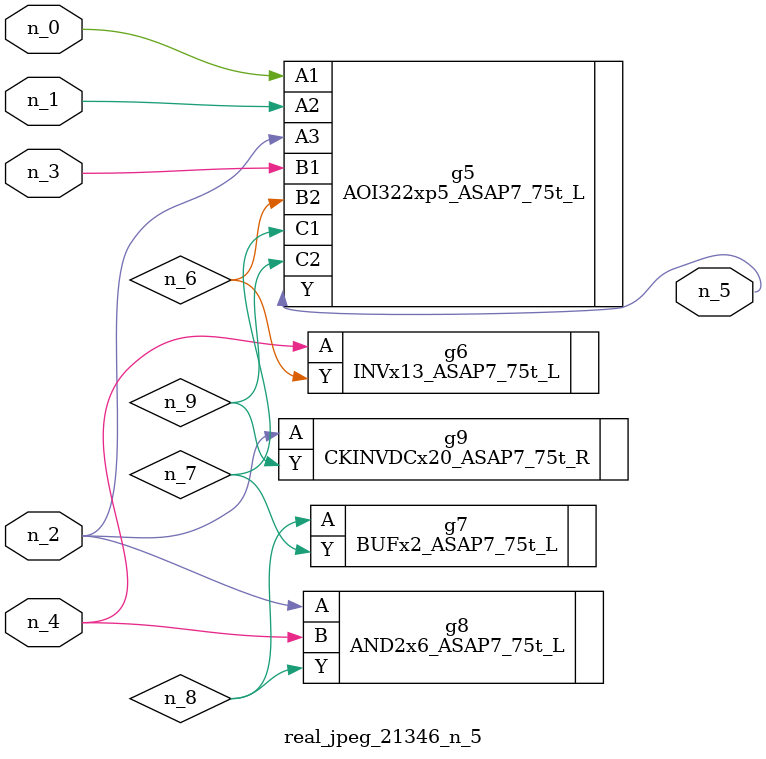
<source format=v>
module real_jpeg_21346_n_5 (n_4, n_0, n_1, n_2, n_3, n_5);

input n_4;
input n_0;
input n_1;
input n_2;
input n_3;

output n_5;

wire n_8;
wire n_6;
wire n_7;
wire n_9;

AOI322xp5_ASAP7_75t_L g5 ( 
.A1(n_0),
.A2(n_1),
.A3(n_2),
.B1(n_3),
.B2(n_6),
.C1(n_7),
.C2(n_9),
.Y(n_5)
);

AND2x6_ASAP7_75t_L g8 ( 
.A(n_2),
.B(n_4),
.Y(n_8)
);

CKINVDCx20_ASAP7_75t_R g9 ( 
.A(n_2),
.Y(n_9)
);

INVx13_ASAP7_75t_L g6 ( 
.A(n_4),
.Y(n_6)
);

BUFx2_ASAP7_75t_L g7 ( 
.A(n_8),
.Y(n_7)
);


endmodule
</source>
